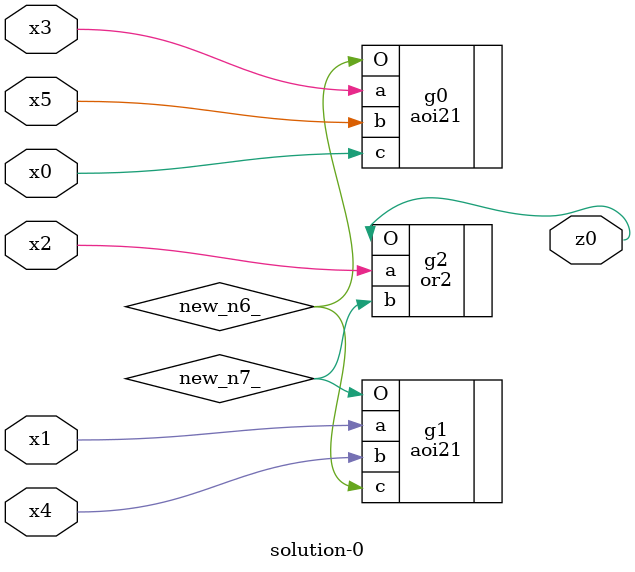
<source format=v>
module \solution-0 (
  x0, x1, x2, x3, x4, x5,
  z0 );
  input x0, x1, x2, x3, x4, x5;
  output z0;
  wire new_n6_, new_n7_;
  aoi21  g0(.a(x3), .b(x5), .c(x0), .O(new_n6_));
  aoi21  g1(.a(x1), .b(x4), .c(new_n6_), .O(new_n7_));
  or2  g2(.a(x2), .b(new_n7_), .O(z0));
endmodule

</source>
